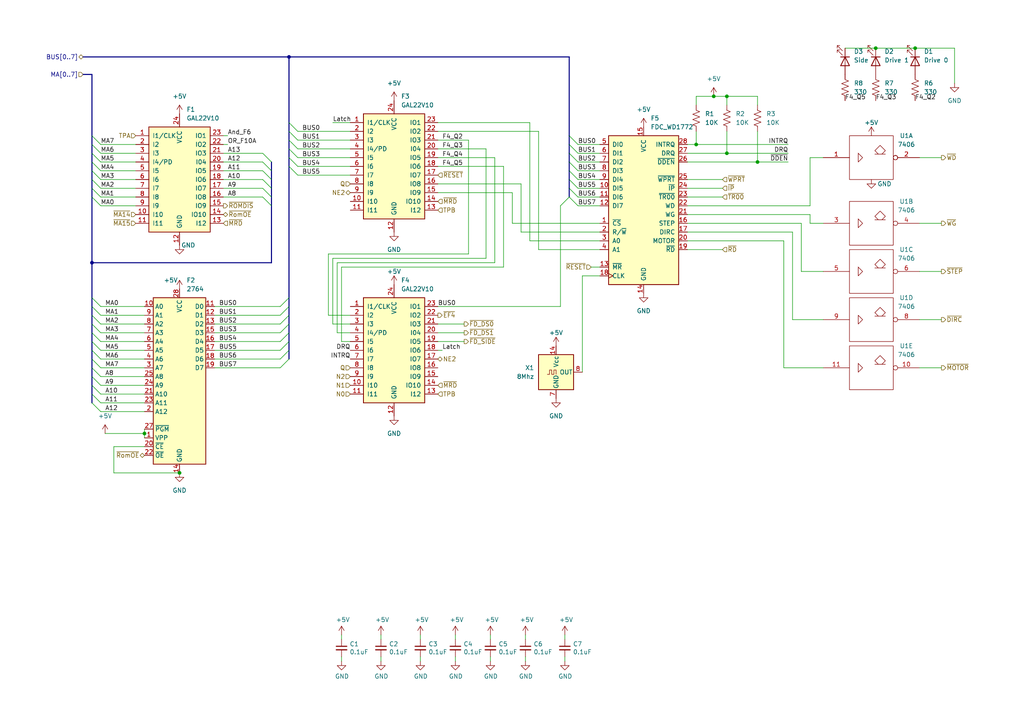
<source format=kicad_sch>
(kicad_sch (version 20211123) (generator eeschema)
  (paper "A4")
  (lib_symbols
    (symbol "74xx_IEEE:7406" (pin_names (offset 0.762))
      (property "Reference" "U" (at 3.81 7.62 0))
      (property "Value" "7406" (at 6.35 -8.89 0))
      (symbol "7406_0_0"
        (polyline (pts (xy -3.81 1.27) (xy -3.81 -1.27) (xy -2.54 0) (xy -3.81 1.27) (xy -3.81 1.27)))
        (polyline (pts (xy 3.048 1.016) (xy 4.064 2.032) (xy 2.54 3.556) (xy 1.016 2.032) (xy 2.032 1.016) (xy 1.016 1.016) (xy 4.064 1.016) (xy 4.064 1.016)))
      )
      (symbol "7406_0_1"
        (rectangle (start -6.35 6.35) (end 6.35 -6.35))
        (pin power_in line (at 0 6.35 270) (length 0) hide (name "Vcc") (number "14"))
        (pin power_in line (at 0 -6.35 90) (length 0) hide (name "Gnd") (number "7"))
      )
      (symbol "7406_1_1"
        (pin input line (at -13.97 0 0) (length 7.62) (name "~") (number "1"))
        (pin open_collector inverted (at 13.97 0 180) (length 7.62) (name "~") (number "2"))
      )
      (symbol "7406_2_1"
        (pin input line (at -13.97 0 0) (length 7.62) (name "~") (number "3"))
        (pin open_collector inverted (at 13.97 0 180) (length 7.62) (name "~") (number "4"))
      )
      (symbol "7406_3_1"
        (pin input line (at -13.97 0 0) (length 7.62) (name "~") (number "5"))
        (pin open_collector inverted (at 13.97 0 180) (length 7.62) (name "~") (number "6"))
      )
      (symbol "7406_4_1"
        (pin open_collector inverted (at 13.97 0 180) (length 7.62) (name "~") (number "8"))
        (pin input line (at -13.97 0 0) (length 7.62) (name "~") (number "9"))
      )
      (symbol "7406_5_1"
        (pin open_collector inverted (at 13.97 0 180) (length 7.62) (name "~") (number "10"))
        (pin input line (at -13.97 0 0) (length 7.62) (name "~") (number "11"))
      )
      (symbol "7406_6_1"
        (pin open_collector inverted (at 13.97 0 180) (length 7.62) (name "~") (number "12"))
        (pin input line (at -13.97 0 0) (length 7.62) (name "~") (number "13"))
      )
    )
    (symbol "8bits:FDC_WD1772" (pin_names (offset 1.016))
      (property "Reference" "U" (at -8.89 24.13 0))
      (property "Value" "FDC_WD1772" (at 8.382 24.384 0))
      (symbol "FDC_WD1772_0_1"
        (rectangle (start -10.16 22.86) (end 10.16 -20.32) (stroke (width 0.254)) (fill (type background)))
      )
      (symbol "FDC_WD1772_1_1"
        (pin input line (at -12.7 -2.54 0) (length 2.54) (name "~{CS}") (number "1"))
        (pin tri_state line (at -12.7 7.62 0) (length 2.54) (name "DI5") (number "10"))
        (pin tri_state line (at -12.7 5.08 0) (length 2.54) (name "DI6") (number "11"))
        (pin tri_state line (at -12.7 2.54 0) (length 2.54) (name "DI7") (number "12"))
        (pin input line (at -12.7 -15.24 0) (length 2.54) (name "~{MR}") (number "13"))
        (pin power_in line (at 0 -22.86 90) (length 2.54) (name "GND") (number "14"))
        (pin power_in line (at 0 25.4 270) (length 2.54) (name "VCC") (number "15"))
        (pin output line (at 12.7 -2.54 180) (length 2.54) (name "STEP") (number "16"))
        (pin input line (at 12.7 -5.08 180) (length 2.54) (name "DIRC") (number "17"))
        (pin input clock (at -12.7 -17.78 0) (length 2.54) (name "CLK") (number "18"))
        (pin input line (at 12.7 -10.16 180) (length 2.54) (name "~{RD}") (number "19"))
        (pin input line (at -12.7 -5.08 0) (length 2.54) (name "R/~{W}") (number "2"))
        (pin input line (at 12.7 -7.62 180) (length 2.54) (name "MOTOR") (number "20"))
        (pin output line (at 12.7 0 180) (length 2.54) (name "WG") (number "21"))
        (pin output line (at 12.7 2.54 180) (length 2.54) (name "WD") (number "22"))
        (pin input line (at 12.7 5.08 180) (length 2.54) (name "~{TR00}") (number "23"))
        (pin input line (at 12.7 7.62 180) (length 2.54) (name "~{IP}") (number "24"))
        (pin input line (at 12.7 10.16 180) (length 2.54) (name "~{WPRT}") (number "25"))
        (pin input line (at 12.7 15.24 180) (length 2.54) (name "~{DDEN}") (number "26"))
        (pin output line (at 12.7 17.78 180) (length 2.54) (name "DRQ") (number "27"))
        (pin input line (at 12.7 20.32 180) (length 2.54) (name "INTRQ") (number "28"))
        (pin input line (at -12.7 -7.62 0) (length 2.54) (name "A0") (number "3"))
        (pin input line (at -12.7 -10.16 0) (length 2.54) (name "A1") (number "4"))
        (pin tri_state line (at -12.7 20.32 0) (length 2.54) (name "DI0") (number "5"))
        (pin tri_state line (at -12.7 17.78 0) (length 2.54) (name "DI1") (number "6"))
        (pin tri_state line (at -12.7 15.24 0) (length 2.54) (name "DI2") (number "7"))
        (pin tri_state line (at -12.7 12.7 0) (length 2.54) (name "DI3") (number "8"))
        (pin tri_state line (at -12.7 10.16 0) (length 2.54) (name "DI4") (number "9"))
      )
    )
    (symbol "8bits:GAL22V10" (pin_names (offset 1.016))
      (property "Reference" "U" (at -8.89 16.51 0))
      (property "Value" "GAL22V10" (at 3.81 16.51 0))
      (symbol "GAL22V10_0_0"
        (pin power_in line (at 0 -19.05 90) (length 3.81) (name "GND") (number "12"))
        (pin power_in line (at 0 19.05 270) (length 3.81) (name "VCC") (number "24"))
      )
      (symbol "GAL22V10_0_1"
        (rectangle (start -8.89 15.24) (end 8.89 -15.24) (stroke (width 0.254)) (fill (type background)))
      )
      (symbol "GAL22V10_1_1"
        (pin input line (at -12.7 12.7 0) (length 3.81) (name "I1/CLK") (number "1"))
        (pin input line (at -12.7 -10.16 0) (length 3.81) (name "I10") (number "10"))
        (pin input line (at -12.7 -12.7 0) (length 3.81) (name "I11") (number "11"))
        (pin input line (at 12.7 -12.7 180) (length 3.81) (name "I12") (number "13"))
        (pin tri_state line (at 12.7 -10.16 180) (length 3.81) (name "IO10") (number "14"))
        (pin tri_state line (at 12.7 -7.62 180) (length 3.81) (name "IO9") (number "15"))
        (pin tri_state line (at 12.7 -5.08 180) (length 3.81) (name "IO8") (number "16"))
        (pin tri_state line (at 12.7 -2.54 180) (length 3.81) (name "IO7") (number "17"))
        (pin tri_state line (at 12.7 0 180) (length 3.81) (name "IO6") (number "18"))
        (pin tri_state line (at 12.7 2.54 180) (length 3.81) (name "IO5") (number "19"))
        (pin input line (at -12.7 10.16 0) (length 3.81) (name "I2") (number "2"))
        (pin tri_state line (at 12.7 5.08 180) (length 3.81) (name "I04") (number "20"))
        (pin tri_state line (at 12.7 7.62 180) (length 3.81) (name "IO3") (number "21"))
        (pin tri_state line (at 12.7 10.16 180) (length 3.81) (name "IO2") (number "22"))
        (pin tri_state line (at 12.7 12.7 180) (length 3.81) (name "IO1") (number "23"))
        (pin input line (at -12.7 7.62 0) (length 3.81) (name "I3") (number "3"))
        (pin input line (at -12.7 5.08 0) (length 3.81) (name "I4/PD") (number "4"))
        (pin input line (at -12.7 2.54 0) (length 3.81) (name "I5") (number "5"))
        (pin input line (at -12.7 0 0) (length 3.81) (name "I6") (number "6"))
        (pin input line (at -12.7 -2.54 0) (length 3.81) (name "I7") (number "7"))
        (pin input line (at -12.7 -5.08 0) (length 3.81) (name "I8") (number "8"))
        (pin input line (at -12.7 -7.62 0) (length 3.81) (name "I9") (number "9"))
      )
    )
    (symbol "Device:C_Small" (pin_numbers hide) (pin_names (offset 0.254) hide)
      (property "Reference" "C" (at 0.254 1.778 0))
      (property "Value" "C_Small" (at 0.254 -2.032 0))
      (symbol "C_Small_0_1"
        (polyline (pts (xy -1.524 -0.508) (xy 1.524 -0.508)) (stroke (width 0.3302)))
        (polyline (pts (xy -1.524 0.508) (xy 1.524 0.508)) (stroke (width 0.3048)))
      )
      (symbol "C_Small_1_1"
        (pin passive line (at 0 2.54 270) (length 2.032) (name "~") (number "1"))
        (pin passive line (at 0 -2.54 90) (length 2.032) (name "~") (number "2"))
      )
    )
    (symbol "Device:LED" (pin_numbers hide) (pin_names (offset 1.016) hide)
      (property "Reference" "D" (at 0 2.54 0))
      (property "Value" "LED" (at 0 -2.54 0))
      (symbol "LED_0_1"
        (polyline (pts (xy -1.27 -1.27) (xy -1.27 1.27)) (stroke (width 0.254)))
        (polyline (pts (xy -1.27 0) (xy 1.27 0)))
        (polyline (pts (xy 1.27 -1.27) (xy 1.27 1.27) (xy -1.27 0) (xy 1.27 -1.27)) (stroke (width 0.254)))
        (polyline (pts (xy -3.048 -0.762) (xy -4.572 -2.286) (xy -3.81 -2.286) (xy -4.572 -2.286) (xy -4.572 -1.524)))
        (polyline (pts (xy -1.778 -0.762) (xy -3.302 -2.286) (xy -2.54 -2.286) (xy -3.302 -2.286) (xy -3.302 -1.524)))
      )
      (symbol "LED_1_1"
        (pin passive line (at -3.81 0 0) (length 2.54) (name "K") (number "1"))
        (pin passive line (at 3.81 0 180) (length 2.54) (name "A") (number "2"))
      )
    )
    (symbol "Device:R_US" (pin_numbers hide) (pin_names (offset 0))
      (property "Reference" "R" (at 2.54 0 90))
      (property "Value" "R_US" (at -2.54 0 90))
      (symbol "R_US_0_1"
        (polyline (pts (xy 0 -2.286) (xy 0 -2.54)))
        (polyline (pts (xy 0 2.286) (xy 0 2.54)))
        (polyline (pts (xy 0 -0.762) (xy 1.016 -1.143) (xy 0 -1.524) (xy -1.016 -1.905) (xy 0 -2.286)))
        (polyline (pts (xy 0 0.762) (xy 1.016 0.381) (xy 0 0) (xy -1.016 -0.381) (xy 0 -0.762)))
        (polyline (pts (xy 0 2.286) (xy 1.016 1.905) (xy 0 1.524) (xy -1.016 1.143) (xy 0 0.762)))
      )
      (symbol "R_US_1_1"
        (pin passive line (at 0 3.81 270) (length 1.27) (name "~") (number "1"))
        (pin passive line (at 0 -3.81 90) (length 1.27) (name "~") (number "2"))
      )
    )
    (symbol "Memory_EPROM:2764"
      (property "Reference" "U" (at -7.62 24.13 0))
      (property "Value" "2764" (at 2.54 -26.67 0))
      (symbol "2764_1_1"
        (rectangle (start -7.62 22.86) (end 7.62 -25.4) (stroke (width 0.254)) (fill (type background)))
        (pin input line (at -10.16 -17.78 0) (length 2.54) (name "VPP") (number "1"))
        (pin input line (at -10.16 20.32 0) (length 2.54) (name "A0") (number "10"))
        (pin tri_state line (at 10.16 20.32 180) (length 2.54) (name "D0") (number "11"))
        (pin tri_state line (at 10.16 17.78 180) (length 2.54) (name "D1") (number "12"))
        (pin tri_state line (at 10.16 15.24 180) (length 2.54) (name "D2") (number "13"))
        (pin power_in line (at 0 -27.94 90) (length 2.54) (name "GND") (number "14"))
        (pin tri_state line (at 10.16 12.7 180) (length 2.54) (name "D3") (number "15"))
        (pin tri_state line (at 10.16 10.16 180) (length 2.54) (name "D4") (number "16"))
        (pin tri_state line (at 10.16 7.62 180) (length 2.54) (name "D5") (number "17"))
        (pin tri_state line (at 10.16 5.08 180) (length 2.54) (name "D6") (number "18"))
        (pin tri_state line (at 10.16 2.54 180) (length 2.54) (name "D7") (number "19"))
        (pin input line (at -10.16 -10.16 0) (length 2.54) (name "A12") (number "2"))
        (pin input line (at -10.16 -20.32 0) (length 2.54) (name "~{CE}") (number "20"))
        (pin input line (at -10.16 -5.08 0) (length 2.54) (name "A10") (number "21"))
        (pin input line (at -10.16 -22.86 0) (length 2.54) (name "~{OE}") (number "22"))
        (pin input line (at -10.16 -7.62 0) (length 2.54) (name "A11") (number "23"))
        (pin input line (at -10.16 -2.54 0) (length 2.54) (name "A9") (number "24"))
        (pin input line (at -10.16 0 0) (length 2.54) (name "A8") (number "25"))
        (pin no_connect line (at 7.62 0 180) (length 2.54) hide (name "NC") (number "26"))
        (pin input line (at -10.16 -15.24 0) (length 2.54) (name "~{PGM}") (number "27"))
        (pin power_in line (at 0 25.4 270) (length 2.54) (name "VCC") (number "28"))
        (pin input line (at -10.16 2.54 0) (length 2.54) (name "A7") (number "3"))
        (pin input line (at -10.16 5.08 0) (length 2.54) (name "A6") (number "4"))
        (pin input line (at -10.16 7.62 0) (length 2.54) (name "A5") (number "5"))
        (pin input line (at -10.16 10.16 0) (length 2.54) (name "A4") (number "6"))
        (pin input line (at -10.16 12.7 0) (length 2.54) (name "A3") (number "7"))
        (pin input line (at -10.16 15.24 0) (length 2.54) (name "A2") (number "8"))
        (pin input line (at -10.16 17.78 0) (length 2.54) (name "A1") (number "9"))
      )
    )
    (symbol "Oscillator:TCXO-14" (pin_names (offset 0.254))
      (property "Reference" "X" (at -5.08 6.35 0))
      (property "Value" "TCXO-14" (at 1.27 -6.35 0))
      (symbol "TCXO-14_0_1"
        (rectangle (start -5.08 5.08) (end 5.08 -5.08) (stroke (width 0.254)) (fill (type background)))
        (polyline (pts (xy -2.54 -0.635) (xy -1.905 -0.635) (xy -1.905 0.635) (xy -1.27 0.635) (xy -1.27 -0.635) (xy -0.635 -0.635) (xy -0.635 0.635) (xy 0 0.635) (xy 0 -0.635)))
      )
      (symbol "TCXO-14_1_1"
        (pin no_connect line (at -7.62 0 0) (length 2.54) hide (name "NC") (number "1"))
        (pin power_in line (at 0 7.62 270) (length 2.54) (name "Vcc") (number "14"))
        (pin power_in line (at 0 -7.62 90) (length 2.54) (name "GND") (number "7"))
        (pin output line (at 7.62 0 180) (length 2.54) (name "OUT") (number "8"))
      )
    )
    (symbol "power:+5V" (power) (pin_names (offset 0))
      (property "Value" "+5V" (at 0 3.556 0))
      (symbol "+5V_0_1"
        (polyline (pts (xy -0.762 1.27) (xy 0 2.54)))
        (polyline (pts (xy 0 0) (xy 0 2.54)))
        (polyline (pts (xy 0 2.54) (xy 0.762 1.27)))
      )
      (symbol "+5V_1_1"
        (pin power_in line (at 0 0 90) (length 0) hide (name "+5V") (number "1"))
      )
    )
    (symbol "power:GND" (power) (pin_names (offset 0))
      (property "Value" "GND" (at 0 -3.81 0))
      (symbol "GND_0_1"
        (polyline (pts (xy 0 0) (xy 0 -1.27) (xy 1.27 -1.27) (xy 0 -2.54) (xy -1.27 -1.27) (xy 0 -1.27)))
      )
      (symbol "GND_1_1"
        (pin power_in line (at 0 0 270) (length 0) hide (name "GND") (number "1"))
      )
    )
  )
  (junction (at 201.93 41.91))
  (junction (at 210.82 44.45))
  (junction (at 52.07 137.16))
  (junction (at 265.43 13.97))
  (junction (at 41.91 125.73))
  (junction (at 26.67 76.2))
  (junction (at 219.71 46.99))
  (junction (at 254 13.97))
  (junction (at 210.82 27.94))
  (junction (at 207.01 27.94))
  (junction (at 83.82 16.51))
  (bus_entry (at 26.67 91.44) (size 2.54 2.54))
  (bus_entry (at 165.1 52.07) (size 2.54 2.54))
  (bus_entry (at 26.67 109.22) (size 2.54 2.54))
  (bus_entry (at 83.82 38.1) (size 2.54 2.54))
  (bus_entry (at 83.82 104.14) (size -2.54 2.54))
  (bus_entry (at 83.82 86.36) (size -2.54 2.54))
  (bus_entry (at 26.67 106.68) (size 2.54 2.54))
  (bus_entry (at 26.67 96.52) (size 2.54 2.54))
  (bus_entry (at 26.67 52.07) (size 2.54 2.54))
  (bus_entry (at 83.82 45.72) (size 2.54 2.54))
  (bus_entry (at 165.1 41.91) (size 2.54 2.54))
  (bus_entry (at 26.67 41.91) (size 2.54 2.54))
  (bus_entry (at 83.82 35.56) (size 2.54 2.54))
  (bus_entry (at 78.74 52.07) (size -2.54 -2.54))
  (bus_entry (at 165.1 44.45) (size 2.54 2.54))
  (bus_entry (at 78.74 46.99) (size -2.54 -2.54))
  (bus_entry (at 26.67 57.15) (size 2.54 2.54))
  (bus_entry (at 78.74 59.69) (size -2.54 -2.54))
  (bus_entry (at 165.1 39.37) (size 2.54 2.54))
  (bus_entry (at 165.1 57.15) (size -2.54 2.54))
  (bus_entry (at 26.67 116.84) (size 2.54 2.54))
  (bus_entry (at 26.67 111.76) (size 2.54 2.54))
  (bus_entry (at 26.67 46.99) (size 2.54 2.54))
  (bus_entry (at 78.74 54.61) (size -2.54 -2.54))
  (bus_entry (at 26.67 101.6) (size 2.54 2.54))
  (bus_entry (at 78.74 57.15) (size -2.54 -2.54))
  (bus_entry (at 83.82 91.44) (size -2.54 2.54))
  (bus_entry (at 83.82 93.98) (size -2.54 2.54))
  (bus_entry (at 26.67 93.98) (size 2.54 2.54))
  (bus_entry (at 78.74 49.53) (size -2.54 -2.54))
  (bus_entry (at 83.82 40.64) (size 2.54 2.54))
  (bus_entry (at 26.67 114.3) (size 2.54 2.54))
  (bus_entry (at 165.1 49.53) (size 2.54 2.54))
  (bus_entry (at 165.1 46.99) (size 2.54 2.54))
  (bus_entry (at 26.67 86.36) (size 2.54 2.54))
  (bus_entry (at 83.82 101.6) (size -2.54 2.54))
  (bus_entry (at 83.82 99.06) (size -2.54 2.54))
  (bus_entry (at 165.1 57.15) (size 2.54 2.54))
  (bus_entry (at 83.82 96.52) (size -2.54 2.54))
  (bus_entry (at 26.67 49.53) (size 2.54 2.54))
  (bus_entry (at 26.67 39.37) (size 2.54 2.54))
  (bus_entry (at 83.82 88.9) (size -2.54 2.54))
  (bus_entry (at 26.67 88.9) (size 2.54 2.54))
  (bus_entry (at 83.82 43.18) (size 2.54 2.54))
  (bus_entry (at 26.67 54.61) (size 2.54 2.54))
  (bus_entry (at 165.1 54.61) (size 2.54 2.54))
  (bus_entry (at 26.67 99.06) (size 2.54 2.54))
  (bus_entry (at 26.67 44.45) (size 2.54 2.54))
  (bus_entry (at 26.67 104.14) (size 2.54 2.54))
  (bus_entry (at 83.82 48.26) (size 2.54 2.54))
  (wire (pts (xy 95.25 73.66) (xy 95.25 91.44)))
  (wire (pts (xy 62.23 106.68) (xy 81.28 106.68)))
  (wire (pts (xy 52.07 137.16) (xy 33.02 137.16)))
  (wire (pts (xy 110.49 190.5) (xy 110.49 191.77)))
  (bus (pts (xy 26.67 91.44) (xy 26.67 93.98)))
  (bus (pts (xy 26.67 111.76) (xy 26.67 114.3)))
  (wire (pts (xy 168.91 80.01) (xy 173.99 80.01)))
  (wire (pts (xy 167.64 52.07) (xy 173.99 52.07)))
  (wire (pts (xy 228.6 44.45) (xy 210.82 44.45)))
  (wire (pts (xy 127 40.64) (xy 135.89 40.64)))
  (wire (pts (xy 163.83 184.15) (xy 163.83 185.42)))
  (bus (pts (xy 26.67 41.91) (xy 26.67 44.45)))
  (wire (pts (xy 152.4 184.15) (xy 152.4 185.42)))
  (wire (pts (xy 148.59 55.88) (xy 148.59 64.77)))
  (bus (pts (xy 78.74 57.15) (xy 78.74 59.69)))
  (wire (pts (xy 219.71 46.99) (xy 199.39 46.99)))
  (wire (pts (xy 219.71 30.48) (xy 219.71 27.94)))
  (wire (pts (xy 254 13.97) (xy 265.43 13.97)))
  (wire (pts (xy 167.64 57.15) (xy 173.99 57.15)))
  (bus (pts (xy 78.74 46.99) (xy 78.74 49.53)))
  (wire (pts (xy 127 38.1) (xy 156.21 38.1)))
  (bus (pts (xy 83.82 99.06) (xy 83.82 101.6)))
  (wire (pts (xy 29.21 104.14) (xy 41.91 104.14)))
  (wire (pts (xy 148.59 64.77) (xy 173.99 64.77)))
  (wire (pts (xy 86.36 50.8) (xy 101.6 50.8)))
  (bus (pts (xy 26.67 96.52) (xy 26.67 99.06)))
  (wire (pts (xy 127 48.26) (xy 146.05 48.26)))
  (wire (pts (xy 29.21 114.3) (xy 41.91 114.3)))
  (wire (pts (xy 245.11 13.97) (xy 254 13.97)))
  (wire (pts (xy 234.95 45.72) (xy 238.76 45.72)))
  (wire (pts (xy 29.21 88.9) (xy 41.91 88.9)))
  (bus (pts (xy 165.1 54.61) (xy 165.1 57.15)))
  (bus (pts (xy 83.82 38.1) (xy 83.82 40.64)))
  (bus (pts (xy 83.82 96.52) (xy 83.82 99.06)))
  (wire (pts (xy 276.86 24.13) (xy 276.86 13.97)))
  (wire (pts (xy 219.71 38.1) (xy 219.71 46.99)))
  (wire (pts (xy 62.23 99.06) (xy 81.28 99.06)))
  (wire (pts (xy 29.21 54.61) (xy 39.37 54.61)))
  (wire (pts (xy 201.93 27.94) (xy 201.93 30.48)))
  (wire (pts (xy 62.23 101.6) (xy 81.28 101.6)))
  (bus (pts (xy 26.67 88.9) (xy 26.67 91.44)))
  (wire (pts (xy 199.39 59.69) (xy 234.95 59.69)))
  (bus (pts (xy 24.13 21.59) (xy 26.67 21.59)))
  (wire (pts (xy 64.77 57.15) (xy 76.2 57.15)))
  (wire (pts (xy 86.36 43.18) (xy 101.6 43.18)))
  (wire (pts (xy 234.95 62.23) (xy 234.95 64.77)))
  (wire (pts (xy 156.21 38.1) (xy 156.21 72.39)))
  (wire (pts (xy 121.92 184.15) (xy 121.92 185.42)))
  (wire (pts (xy 29.21 101.6) (xy 41.91 101.6)))
  (wire (pts (xy 162.56 59.69) (xy 162.56 88.9)))
  (wire (pts (xy 151.13 53.34) (xy 151.13 67.31)))
  (wire (pts (xy 229.87 92.71) (xy 238.76 92.71)))
  (wire (pts (xy 201.93 41.91) (xy 228.6 41.91)))
  (wire (pts (xy 232.41 78.74) (xy 238.76 78.74)))
  (bus (pts (xy 83.82 93.98) (xy 83.82 96.52)))
  (wire (pts (xy 153.67 35.56) (xy 153.67 69.85)))
  (wire (pts (xy 156.21 72.39) (xy 173.99 72.39)))
  (wire (pts (xy 64.77 39.37) (xy 66.04 39.37)))
  (bus (pts (xy 83.82 45.72) (xy 83.82 48.26)))
  (bus (pts (xy 26.67 52.07) (xy 26.67 54.61)))
  (wire (pts (xy 167.64 49.53) (xy 173.99 49.53)))
  (wire (pts (xy 96.52 93.98) (xy 101.6 93.98)))
  (wire (pts (xy 163.83 190.5) (xy 163.83 191.77)))
  (wire (pts (xy 209.55 52.07) (xy 199.39 52.07)))
  (wire (pts (xy 210.82 38.1) (xy 210.82 44.45)))
  (wire (pts (xy 29.21 106.68) (xy 41.91 106.68)))
  (wire (pts (xy 99.06 77.47) (xy 99.06 99.06)))
  (bus (pts (xy 26.67 76.2) (xy 26.67 86.36)))
  (wire (pts (xy 142.24 184.15) (xy 142.24 185.42)))
  (wire (pts (xy 29.21 109.22) (xy 41.91 109.22)))
  (wire (pts (xy 167.64 59.69) (xy 173.99 59.69)))
  (wire (pts (xy 29.21 57.15) (xy 39.37 57.15)))
  (wire (pts (xy 95.25 91.44) (xy 101.6 91.44)))
  (bus (pts (xy 26.67 99.06) (xy 26.67 101.6)))
  (bus (pts (xy 78.74 59.69) (xy 78.74 76.2)))
  (wire (pts (xy 127 45.72) (xy 143.51 45.72)))
  (wire (pts (xy 232.41 64.77) (xy 232.41 78.74)))
  (wire (pts (xy 96.52 74.93) (xy 96.52 93.98)))
  (bus (pts (xy 26.67 49.53) (xy 26.67 52.07)))
  (wire (pts (xy 64.77 41.91) (xy 66.04 41.91)))
  (bus (pts (xy 26.67 93.98) (xy 26.67 96.52)))
  (wire (pts (xy 29.21 52.07) (xy 39.37 52.07)))
  (wire (pts (xy 199.39 69.85) (xy 227.33 69.85)))
  (wire (pts (xy 143.51 45.72) (xy 143.51 76.2)))
  (bus (pts (xy 24.13 16.51) (xy 83.82 16.51)))
  (bus (pts (xy 83.82 43.18) (xy 83.82 45.72)))
  (wire (pts (xy 273.05 45.72) (xy 266.7 45.72)))
  (wire (pts (xy 86.36 48.26) (xy 101.6 48.26)))
  (wire (pts (xy 151.13 67.31) (xy 173.99 67.31)))
  (wire (pts (xy 199.39 62.23) (xy 234.95 62.23)))
  (wire (pts (xy 64.77 49.53) (xy 76.2 49.53)))
  (wire (pts (xy 167.64 54.61) (xy 173.99 54.61)))
  (bus (pts (xy 165.1 44.45) (xy 165.1 46.99)))
  (wire (pts (xy 209.55 54.61) (xy 199.39 54.61)))
  (bus (pts (xy 78.74 49.53) (xy 78.74 52.07)))
  (wire (pts (xy 210.82 27.94) (xy 207.01 27.94)))
  (bus (pts (xy 26.67 86.36) (xy 26.67 88.9)))
  (wire (pts (xy 153.67 69.85) (xy 173.99 69.85)))
  (wire (pts (xy 62.23 96.52) (xy 81.28 96.52)))
  (wire (pts (xy 97.79 76.2) (xy 97.79 96.52)))
  (bus (pts (xy 78.74 52.07) (xy 78.74 54.61)))
  (wire (pts (xy 135.89 40.64) (xy 135.89 73.66)))
  (wire (pts (xy 140.97 74.93) (xy 96.52 74.93)))
  (wire (pts (xy 167.64 44.45) (xy 173.99 44.45)))
  (wire (pts (xy 101.6 35.56) (xy 96.52 35.56)))
  (wire (pts (xy 273.05 64.77) (xy 266.7 64.77)))
  (bus (pts (xy 83.82 40.64) (xy 83.82 43.18)))
  (wire (pts (xy 127 43.18) (xy 140.97 43.18)))
  (wire (pts (xy 134.62 93.98) (xy 127 93.98)))
  (wire (pts (xy 33.02 137.16) (xy 33.02 129.54)))
  (wire (pts (xy 29.21 44.45) (xy 39.37 44.45)))
  (bus (pts (xy 26.67 44.45) (xy 26.67 46.99)))
  (wire (pts (xy 29.21 99.06) (xy 41.91 99.06)))
  (wire (pts (xy 167.64 41.91) (xy 173.99 41.91)))
  (wire (pts (xy 29.21 49.53) (xy 39.37 49.53)))
  (wire (pts (xy 41.91 125.73) (xy 41.91 127)))
  (wire (pts (xy 152.4 190.5) (xy 152.4 191.77)))
  (wire (pts (xy 62.23 93.98) (xy 81.28 93.98)))
  (wire (pts (xy 135.89 73.66) (xy 95.25 73.66)))
  (wire (pts (xy 234.95 64.77) (xy 238.76 64.77)))
  (wire (pts (xy 99.06 190.5) (xy 99.06 191.77)))
  (wire (pts (xy 234.95 59.69) (xy 234.95 45.72)))
  (bus (pts (xy 165.1 39.37) (xy 165.1 41.91)))
  (bus (pts (xy 83.82 88.9) (xy 83.82 91.44)))
  (wire (pts (xy 62.23 104.14) (xy 81.28 104.14)))
  (bus (pts (xy 26.67 39.37) (xy 26.67 41.91)))
  (wire (pts (xy 168.91 107.95) (xy 168.91 80.01)))
  (wire (pts (xy 146.05 77.47) (xy 99.06 77.47)))
  (wire (pts (xy 210.82 44.45) (xy 199.39 44.45)))
  (bus (pts (xy 165.1 16.51) (xy 165.1 39.37)))
  (wire (pts (xy 229.87 67.31) (xy 229.87 92.71)))
  (wire (pts (xy 29.21 93.98) (xy 41.91 93.98)))
  (wire (pts (xy 142.24 190.5) (xy 142.24 191.77)))
  (wire (pts (xy 273.05 78.74) (xy 266.7 78.74)))
  (wire (pts (xy 110.49 184.15) (xy 110.49 185.42)))
  (wire (pts (xy 64.77 54.61) (xy 76.2 54.61)))
  (wire (pts (xy 134.62 96.52) (xy 127 96.52)))
  (wire (pts (xy 207.01 27.94) (xy 201.93 27.94)))
  (wire (pts (xy 140.97 43.18) (xy 140.97 74.93)))
  (bus (pts (xy 26.67 114.3) (xy 26.67 116.84)))
  (wire (pts (xy 99.06 99.06) (xy 101.6 99.06)))
  (bus (pts (xy 165.1 46.99) (xy 165.1 49.53)))
  (wire (pts (xy 265.43 13.97) (xy 276.86 13.97)))
  (wire (pts (xy 143.51 76.2) (xy 97.79 76.2)))
  (wire (pts (xy 210.82 27.94) (xy 219.71 27.94)))
  (wire (pts (xy 201.93 38.1) (xy 201.93 41.91)))
  (wire (pts (xy 64.77 44.45) (xy 76.2 44.45)))
  (bus (pts (xy 83.82 91.44) (xy 83.82 93.98)))
  (wire (pts (xy 199.39 67.31) (xy 229.87 67.31)))
  (wire (pts (xy 128.27 101.6) (xy 127 101.6)))
  (bus (pts (xy 78.74 54.61) (xy 78.74 57.15)))
  (wire (pts (xy 29.21 111.76) (xy 41.91 111.76)))
  (bus (pts (xy 26.67 106.68) (xy 26.67 109.22)))
  (wire (pts (xy 209.55 72.39) (xy 199.39 72.39)))
  (wire (pts (xy 86.36 40.64) (xy 101.6 40.64)))
  (wire (pts (xy 146.05 48.26) (xy 146.05 77.47)))
  (wire (pts (xy 227.33 69.85) (xy 227.33 106.68)))
  (wire (pts (xy 29.21 59.69) (xy 39.37 59.69)))
  (wire (pts (xy 127 88.9) (xy 162.56 88.9)))
  (bus (pts (xy 83.82 101.6) (xy 83.82 104.14)))
  (wire (pts (xy 29.21 96.52) (xy 41.91 96.52)))
  (wire (pts (xy 41.91 124.46) (xy 41.91 125.73)))
  (wire (pts (xy 127 53.34) (xy 151.13 53.34)))
  (bus (pts (xy 26.67 104.14) (xy 26.67 106.68)))
  (bus (pts (xy 26.67 54.61) (xy 26.67 57.15)))
  (bus (pts (xy 83.82 86.36) (xy 83.82 88.9)))
  (bus (pts (xy 83.82 16.51) (xy 83.82 35.56)))
  (wire (pts (xy 33.02 129.54) (xy 41.91 129.54)))
  (wire (pts (xy 227.33 106.68) (xy 238.76 106.68)))
  (bus (pts (xy 26.67 46.99) (xy 26.67 49.53)))
  (bus (pts (xy 26.67 76.2) (xy 78.74 76.2)))
  (wire (pts (xy 99.06 184.15) (xy 99.06 185.42)))
  (bus (pts (xy 26.67 21.59) (xy 26.67 39.37)))
  (wire (pts (xy 86.36 38.1) (xy 101.6 38.1)))
  (wire (pts (xy 210.82 30.48) (xy 210.82 27.94)))
  (wire (pts (xy 273.05 92.71) (xy 266.7 92.71)))
  (wire (pts (xy 273.05 106.68) (xy 266.7 106.68)))
  (wire (pts (xy 167.64 46.99) (xy 173.99 46.99)))
  (wire (pts (xy 201.93 41.91) (xy 199.39 41.91)))
  (wire (pts (xy 64.77 52.07) (xy 76.2 52.07)))
  (wire (pts (xy 29.21 91.44) (xy 41.91 91.44)))
  (wire (pts (xy 134.62 99.06) (xy 127 99.06)))
  (wire (pts (xy 209.55 57.15) (xy 199.39 57.15)))
  (wire (pts (xy 29.21 41.91) (xy 39.37 41.91)))
  (wire (pts (xy 62.23 91.44) (xy 81.28 91.44)))
  (wire (pts (xy 132.08 184.15) (xy 132.08 185.42)))
  (wire (pts (xy 29.21 46.99) (xy 39.37 46.99)))
  (wire (pts (xy 127 35.56) (xy 153.67 35.56)))
  (wire (pts (xy 29.21 119.38) (xy 41.91 119.38)))
  (wire (pts (xy 121.92 190.5) (xy 121.92 191.77)))
  (bus (pts (xy 83.82 48.26) (xy 83.82 86.36)))
  (wire (pts (xy 29.21 116.84) (xy 41.91 116.84)))
  (wire (pts (xy 132.08 190.5) (xy 132.08 191.77)))
  (wire (pts (xy 64.77 46.99) (xy 76.2 46.99)))
  (wire (pts (xy 30.48 125.73) (xy 41.91 125.73)))
  (wire (pts (xy 199.39 64.77) (xy 232.41 64.77)))
  (bus (pts (xy 26.67 109.22) (xy 26.67 111.76)))
  (bus (pts (xy 26.67 57.15) (xy 26.67 76.2)))
  (wire (pts (xy 127 55.88) (xy 148.59 55.88)))
  (bus (pts (xy 83.82 16.51) (xy 165.1 16.51)))
  (wire (pts (xy 171.45 77.47) (xy 173.99 77.47)))
  (wire (pts (xy 62.23 88.9) (xy 81.28 88.9)))
  (bus (pts (xy 165.1 52.07) (xy 165.1 54.61)))
  (bus (pts (xy 165.1 41.91) (xy 165.1 44.45)))
  (wire (pts (xy 86.36 45.72) (xy 101.6 45.72)))
  (bus (pts (xy 83.82 35.56) (xy 83.82 38.1)))
  (wire (pts (xy 97.79 96.52) (xy 101.6 96.52)))
  (wire (pts (xy 219.71 46.99) (xy 228.6 46.99)))
  (bus (pts (xy 165.1 49.53) (xy 165.1 52.07)))
  (bus (pts (xy 26.67 101.6) (xy 26.67 104.14)))
  (label "BUS0" (at 127 88.9 0))
  (label "MA7" (at 30.48 106.68 0))
  (label "BUS3" (at 87.63 45.72 0))
  (label "A8" (at 66.04 57.15 0))
  (label "MA2" (at 30.48 93.98 0))
  (label "BUS0" (at 167.64 41.91 0))
  (label "BUS7" (at 167.64 59.69 0))
  (label "F4_Q5" (at 245.11 29.21 0))
  (label "A9" (at 30.48 111.76 0))
  (label "MA0" (at 30.48 88.9 0))
  (label "BUS2" (at 63.5 93.98 0))
  (label "MA5" (at 30.48 101.6 0))
  (label "A10" (at 66.04 52.07 0))
  (label "BUS3" (at 63.5 96.52 0))
  (label "INTRQ" (at 101.6 104.14 180))
  (label "F4_Q5" (at 128.27 48.26 0))
  (label "MA0" (at 29.21 59.69 0))
  (label "MA7" (at 29.21 41.91 0))
  (label "MA4" (at 29.21 49.53 0))
  (label "OR_F10A" (at 66.04 41.91 0))
  (label "F4_Q2" (at 128.27 40.64 0))
  (label "BUS0" (at 87.63 38.1 0))
  (label "BUS5" (at 167.64 54.61 0))
  (label "BUS5" (at 63.5 101.6 0))
  (label "MA2" (at 29.21 54.61 0))
  (label "BUS4" (at 63.5 99.06 0))
  (label "MA3" (at 30.48 96.52 0))
  (label "F4_Q2" (at 265.43 29.21 0))
  (label "DRQ" (at 228.6 44.45 180))
  (label "A11" (at 66.04 49.53 0))
  (label "A12" (at 66.04 46.99 0))
  (label "F4_Q3" (at 128.27 43.18 0))
  (label "MA6" (at 29.21 44.45 0))
  (label "MA4" (at 30.48 99.06 0))
  (label "BUS4" (at 87.63 48.26 0))
  (label "BUS1" (at 167.64 44.45 0))
  (label "A12" (at 30.48 119.38 0))
  (label "MA3" (at 29.21 52.07 0))
  (label "BUS1" (at 63.5 91.44 0))
  (label "A9" (at 66.04 54.61 0))
  (label "F4_Q4" (at 128.27 45.72 0))
  (label "DRQ" (at 101.6 101.6 180))
  (label "And_F6" (at 66.04 39.37 0))
  (label "MA1" (at 30.48 91.44 0))
  (label "BUS2" (at 167.64 46.99 0))
  (label "A8" (at 30.48 109.22 0))
  (label "Latch" (at 128.27 101.6 0))
  (label "A13" (at 66.04 44.45 0))
  (label "BUS7" (at 63.5 106.68 0))
  (label "A10" (at 30.48 114.3 0))
  (label "MA5" (at 29.21 46.99 0))
  (label "Latch" (at 96.52 35.56 0))
  (label "MA1" (at 29.21 57.15 0))
  (label "MA6" (at 30.48 104.14 0))
  (label "BUS4" (at 167.64 52.07 0))
  (label "A11" (at 30.48 116.84 0))
  (label "BUS6" (at 167.64 57.15 0))
  (label "BUS1" (at 87.63 40.64 0))
  (label "BUS6" (at 63.5 104.14 0))
  (label "BUS2" (at 87.63 43.18 0))
  (label "BUS5" (at 87.63 50.8 0))
  (label "~{DDEN}" (at 228.6 46.99 180))
  (label "BUS3" (at 167.64 49.53 0))
  (label "F4_Q3" (at 254 29.21 0))
  (label "BUS0" (at 63.5 88.9 0))
  (label "INTRQ" (at 228.6 41.91 180))
  (hierarchical_label "~{RESET}" (shape input) (at 171.45 77.47 180))
  (hierarchical_label "N0" (shape input) (at 101.6 114.3 180))
  (hierarchical_label "~{STEP}" (shape output) (at 273.05 78.74 0))
  (hierarchical_label "BUS[0..7]" (shape bidirectional) (at 24.13 16.51 180))
  (hierarchical_label "TPB" (shape input) (at 127 60.96 0))
  (hierarchical_label "N1" (shape input) (at 101.6 111.76 180))
  (hierarchical_label "~{WG}" (shape output) (at 273.05 64.77 0))
  (hierarchical_label "N2" (shape input) (at 101.6 109.22 180))
  (hierarchical_label "~{WD}" (shape output) (at 273.05 45.72 0))
  (hierarchical_label "~{MA14}" (shape input) (at 39.37 62.23 180))
  (hierarchical_label "Q" (shape input) (at 101.6 106.68 180))
  (hierarchical_label "~{FD_SIDE}" (shape output) (at 134.62 99.06 0))
  (hierarchical_label "NE2" (shape bidirectional) (at 101.6 55.88 180))
  (hierarchical_label "~{MRD}" (shape input) (at 127 111.76 0))
  (hierarchical_label "~{RomOE}" (shape bidirectional) (at 64.77 62.23 0))
  (hierarchical_label "~{WPRT}" (shape input) (at 209.55 52.07 0))
  (hierarchical_label "~{IP}" (shape input) (at 209.55 54.61 0))
  (hierarchical_label "TPA" (shape input) (at 39.37 39.37 180))
  (hierarchical_label "Q" (shape input) (at 101.6 53.34 180))
  (hierarchical_label "~{MA15}" (shape input) (at 39.37 64.77 180))
  (hierarchical_label "NE2" (shape bidirectional) (at 127 104.14 0))
  (hierarchical_label "~{TR00}" (shape input) (at 209.55 57.15 0))
  (hierarchical_label "~{ROMDIS}" (shape output) (at 64.77 59.69 0))
  (hierarchical_label "~{MOTOR}" (shape output) (at 273.05 106.68 0))
  (hierarchical_label "~{MRD}" (shape input) (at 64.77 64.77 0))
  (hierarchical_label "~{RD}" (shape input) (at 209.55 72.39 0))
  (hierarchical_label "TPB" (shape input) (at 127 114.3 0))
  (hierarchical_label "~{RomOE}" (shape bidirectional) (at 41.91 132.08 180))
  (hierarchical_label "~{FD_DS1}" (shape output) (at 134.62 96.52 0))
  (hierarchical_label "~{RESET}" (shape input) (at 127 50.8 0))
  (hierarchical_label "MA[0..7]" (shape input) (at 24.13 21.59 180))
  (hierarchical_label "~{EF4}" (shape output) (at 127 91.44 0))
  (hierarchical_label "~{FD_DS0}" (shape output) (at 134.62 93.98 0))
  (hierarchical_label "~{MRD}" (shape input) (at 127 58.42 0))
  (hierarchical_label "~{DIRC}" (shape output) (at 273.05 92.71 0))
  (symbol (lib_id "power:+5V") (at 110.49 184.15 0) (unit 1)
    (property "Reference" "#PWR0112" (effects hide))
    (property "Value" "+5V" (at 110.871 179.7558 0))
  )
  (symbol (lib_id "Device:C_Small") (at 142.24 187.96 0) (unit 1)
    (property "Reference" "C5" (at 144.5768 186.7916 0) (effects (justify left)))
    (property "Value" "0.1uF" (at 144.5768 189.103 0) (effects (justify left)))
    (property "Footprint" "Capacitor_THT:C_Disc_D5.0mm_W2.5mm_P2.50mm" (effects hide))
    (property "Mouser" "581-SA105E104M" (effects hide))
  )
  (symbol (lib_id "power:+5V") (at 142.24 184.15 0) (unit 1)
    (property "Reference" "#PWR0119" (effects hide))
    (property "Value" "+5V" (at 142.621 179.7558 0))
  )
  (symbol (lib_id "power:GND") (at 163.83 191.77 0) (unit 1)
    (property "Reference" "#PWR0129" (effects hide))
    (property "Value" "GND" (at 163.957 196.1642 0))
  )
  (symbol (lib_id "Device:R_US") (at 245.11 25.4 180) (unit 1)
    (property "Reference" "R8" (at 247.65 24.1299 0) (effects (justify right)))
    (property "Value" "330" (at 247.65 26.6699 0) (effects (justify right)))
    (property "Footprint" "8-bits:R_Axial_DIN0204_L3.6mm_D1.6mm_P11.43mm_Horizontal" (effects hide))
  )
  (symbol (lib_id "power:+5V") (at 152.4 184.15 0) (unit 1)
    (property "Reference" "#PWR0131" (effects hide))
    (property "Value" "+5V" (at 152.781 179.7558 0))
  )
  (symbol (lib_id "Device:R_US") (at 219.71 34.29 0) (unit 1)
    (property "Reference" "R3" (at 222.25 33.0199 0) (effects (justify left)))
    (property "Value" "10K" (at 222.25 35.5599 0) (effects (justify left)))
    (property "Footprint" "8-bits:R_Axial_DIN0204_L3.6mm_D1.6mm_P11.43mm_Horizontal" (effects hide))
  )
  (symbol (lib_id "power:+5V") (at 186.69 36.83 0) (unit 1)
    (property "Reference" "#PWR0105" (effects hide))
    (property "Value" "+5V" (at 186.69 31.75 0))
  )
  (symbol (lib_id "8bits:GAL22V10") (at 52.07 52.07 0) (unit 1)
    (property "Reference" "F1" (at 54.0894 31.75 0) (effects (justify left)))
    (property "Value" "GAL22V10" (at 54.0894 34.29 0) (effects (justify left)))
    (property "Footprint" "Package_DIP:DIP-24_W7.62mm" (effects hide))
  )
  (symbol (lib_id "power:+5V") (at 30.48 125.73 0) (unit 1)
    (property "Reference" "#PWR0121" (effects hide))
    (property "Value" "+5V" (at 30.48 120.65 0))
  )
  (symbol (lib_id "8bits:GAL22V10") (at 114.3 48.26 0) (unit 1)
    (property "Reference" "F3" (at 116.3194 27.94 0) (effects (justify left)))
    (property "Value" "GAL22V10" (at 116.3194 30.48 0) (effects (justify left)))
    (property "Footprint" "Package_DIP:DIP-24_W7.62mm" (effects hide))
  )
  (symbol (lib_id "Device:R_US") (at 201.93 34.29 180) (unit 1)
    (property "Reference" "R1" (at 204.47 33.0199 0) (effects (justify right)))
    (property "Value" "10K" (at 204.47 35.5599 0) (effects (justify right)))
    (property "Footprint" "8-bits:R_Axial_DIN0204_L3.6mm_D1.6mm_P11.43mm_Horizontal" (effects hide))
  )
  (symbol (lib_id "power:+5V") (at 52.07 33.02 0) (unit 1)
    (property "Reference" "#PWR0124" (effects hide))
    (property "Value" "+5V" (at 52.07 27.94 0))
  )
  (symbol (lib_id "Device:R_US") (at 254 25.4 180) (unit 1)
    (property "Reference" "R7" (at 256.54 24.1299 0) (effects (justify right)))
    (property "Value" "330" (at 256.54 26.6699 0) (effects (justify right)))
    (property "Footprint" "8-bits:R_Axial_DIN0204_L3.6mm_D1.6mm_P11.43mm_Horizontal" (effects hide))
  )
  (symbol (lib_id "power:GND") (at 152.4 191.77 0) (unit 1)
    (property "Reference" "#PWR0130" (effects hide))
    (property "Value" "GND" (at 152.527 196.1642 0))
  )
  (symbol (lib_id "power:GND") (at 252.73 52.07 0) (unit 1)
    (property "Reference" "#PWR0126" (effects hide))
    (property "Value" "GND" (at 256.54 53.34 0))
  )
  (symbol (lib_id "74xx_IEEE:7406") (at 252.73 106.68 0) (unit 5)
    (property "Reference" "U1" (at 262.89 100.33 0))
    (property "Value" "7406" (at 262.89 102.87 0))
    (property "Footprint" "Package_DIP:DIP-14_W7.62mm" (effects hide))
  )
  (symbol (lib_id "power:+5V") (at 132.08 184.15 0) (unit 1)
    (property "Reference" "#PWR0115" (effects hide))
    (property "Value" "+5V" (at 132.461 179.7558 0))
  )
  (symbol (lib_id "power:GND") (at 142.24 191.77 0) (unit 1)
    (property "Reference" "#PWR0118" (effects hide))
    (property "Value" "GND" (at 142.367 196.1642 0))
  )
  (symbol (lib_id "8bits:FDC_WD1772") (at 186.69 62.23 0) (unit 1)
    (property "Reference" "F5" (at 188.7094 34.29 0) (effects (justify left)))
    (property "Value" "FDC_WD1772" (at 188.7094 36.83 0) (effects (justify left)))
    (property "Footprint" "Package_DIP:DIP-28_W15.24mm" (effects hide))
  )
  (symbol (lib_id "power:GND") (at 121.92 191.77 0) (unit 1)
    (property "Reference" "#PWR0113" (effects hide))
    (property "Value" "GND" (at 122.047 196.1642 0))
  )
  (symbol (lib_id "74xx_IEEE:7406") (at 252.73 78.74 0) (unit 3)
    (property "Reference" "U1" (at 262.89 72.39 0))
    (property "Value" "7406" (at 262.89 74.93 0))
    (property "Footprint" "Package_DIP:DIP-14_W7.62mm" (effects hide))
  )
  (symbol (lib_id "power:+5V") (at 252.73 39.37 0) (unit 1)
    (property "Reference" "#PWR0127" (effects hide))
    (property "Value" "+5V" (at 252.73 35.56 0))
  )
  (symbol (lib_id "power:+5V") (at 114.3 29.21 0) (unit 1)
    (property "Reference" "#PWR0120" (effects hide))
    (property "Value" "+5V" (at 114.3 24.13 0))
  )
  (symbol (lib_id "power:+5V") (at 161.29 100.33 0) (unit 1)
    (property "Reference" "#PWR0132" (effects hide))
    (property "Value" "+5V" (at 161.29 96.52 0))
  )
  (symbol (lib_id "power:GND") (at 52.07 71.12 0) (unit 1)
    (property "Reference" "#PWR0122" (effects hide))
    (property "Value" "GND" (at 54.61 71.12 0))
  )
  (symbol (lib_id "Memory_EPROM:2764") (at 52.07 109.22 0) (unit 1)
    (property "Reference" "F2" (at 54.0894 81.28 0) (effects (justify left)))
    (property "Value" "2764" (at 54.0894 83.82 0) (effects (justify left)))
    (property "Footprint" "Package_DIP:DIP-28_W15.24mm" (effects hide))
    (property "Datasheet" "https://downloads.reactivemicro.com/Electronics/ROM/2764%20EPROM.pdf" (effects hide))
  )
  (symbol (lib_id "Device:LED") (at 265.43 17.78 270) (unit 1)
    (property "Reference" "D1" (at 267.97 14.9224 90) (effects (justify left)))
    (property "Value" "Drive 0" (at 267.97 17.4624 90) (effects (justify left)))
    (property "Footprint" "LED_THT:LED_D5.0mm" (effects hide))
  )
  (symbol (lib_id "power:GND") (at 114.3 120.65 0) (unit 1)
    (property "Reference" "#PWR0106" (effects hide))
    (property "Value" "GND" (at 114.3 125.73 0))
  )
  (symbol (lib_id "power:GND") (at 186.69 85.09 0) (unit 1)
    (property "Reference" "#PWR0116" (effects hide))
    (property "Value" "GND" (at 186.69 90.17 0))
  )
  (symbol (lib_id "power:GND") (at 99.06 191.77 0) (unit 1)
    (property "Reference" "#PWR0110" (effects hide))
    (property "Value" "GND" (at 99.187 196.1642 0))
  )
  (symbol (lib_id "Device:C_Small") (at 132.08 187.96 0) (unit 1)
    (property "Reference" "C4" (at 134.4168 186.7916 0) (effects (justify left)))
    (property "Value" "0.1uF" (at 134.4168 189.103 0) (effects (justify left)))
    (property "Footprint" "Capacitor_THT:C_Disc_D5.0mm_W2.5mm_P2.50mm" (effects hide))
    (property "Mouser" "581-SA105E104M" (effects hide))
  )
  (symbol (lib_id "power:+5V") (at 99.06 184.15 0) (unit 1)
    (property "Reference" "#PWR0109" (effects hide))
    (property "Value" "+5V" (at 99.441 179.7558 0))
  )
  (symbol (lib_id "Device:C_Small") (at 152.4 187.96 0) (unit 1)
    (property "Reference" "C6" (at 154.7368 186.7916 0) (effects (justify left)))
    (property "Value" "0.1uF" (at 154.7368 189.103 0) (effects (justify left)))
    (property "Footprint" "Capacitor_THT:C_Disc_D5.0mm_W2.5mm_P2.50mm" (effects hide))
    (property "Mouser" "581-SA105E104M" (effects hide))
  )
  (symbol (lib_id "power:+5V") (at 52.07 83.82 0) (unit 1)
    (property "Reference" "#PWR0123" (effects hide))
    (property "Value" "+5V" (at 49.53 81.28 0))
  )
  (symbol (lib_id "74xx_IEEE:7406") (at 252.73 64.77 0) (unit 2)
    (property "Reference" "U1" (at 262.89 58.42 0))
    (property "Value" "7406" (at 262.89 60.96 0))
    (property "Footprint" "Package_DIP:DIP-14_W7.62mm" (effects hide))
  )
  (symbol (lib_id "power:GND") (at 276.86 24.13 0) (unit 1)
    (property "Reference" "#PWR0136" (effects hide))
    (property "Value" "GND" (at 276.86 29.21 0))
  )
  (symbol (lib_id "power:GND") (at 110.49 191.77 0) (unit 1)
    (property "Reference" "#PWR0111" (effects hide))
    (property "Value" "GND" (at 110.617 196.1642 0))
  )
  (symbol (lib_id "power:GND") (at 52.07 137.16 0) (unit 1)
    (property "Reference" "#PWR0125" (effects hide))
    (property "Value" "GND" (at 52.07 142.24 0))
  )
  (symbol (lib_id "power:+5V") (at 114.3 82.55 0) (unit 1)
    (property "Reference" "#PWR0107" (effects hide))
    (property "Value" "+5V" (at 114.3 78.74 0))
  )
  (symbol (lib_id "power:GND") (at 161.29 115.57 0) (unit 1)
    (property "Reference" "#PWR0133" (effects hide))
    (property "Value" "GND" (at 161.29 120.65 0))
  )
  (symbol (lib_id "power:+5V") (at 121.92 184.15 0) (unit 1)
    (property "Reference" "#PWR0114" (effects hide))
    (property "Value" "+5V" (at 122.301 179.7558 0))
  )
  (symbol (lib_id "Device:R_US") (at 210.82 34.29 0) (unit 1)
    (property "Reference" "R2" (at 213.36 33.0199 0) (effects (justify left)))
    (property "Value" "10K" (at 213.36 35.5599 0) (effects (justify left)))
    (property "Footprint" "8-bits:R_Axial_DIN0204_L3.6mm_D1.6mm_P11.43mm_Horizontal" (effects hide))
  )
  (symbol (lib_id "power:+5V") (at 207.01 27.94 0) (unit 1)
    (property "Reference" "#PWR0104" (effects hide))
    (property "Value" "+5V" (at 207.01 22.86 0))
  )
  (symbol (lib_id "74xx_IEEE:7406") (at 252.73 92.71 0) (unit 4)
    (property "Reference" "U1" (at 262.89 86.36 0))
    (property "Value" "7406" (at 262.89 88.9 0))
    (property "Footprint" "Package_DIP:DIP-14_W7.62mm" (effects hide))
  )
  (symbol (lib_id "Device:C_Small") (at 110.49 187.96 0) (unit 1)
    (property "Reference" "C2" (at 112.8268 186.7916 0) (effects (justify left)))
    (property "Value" "0.1uF" (at 112.8268 189.103 0) (effects (justify left)))
    (property "Footprint" "Capacitor_THT:C_Disc_D5.0mm_W2.5mm_P2.50mm" (effects hide))
    (property "Mouser" "581-SA105E104M" (effects hide))
  )
  (symbol (lib_id "Device:LED") (at 245.11 17.78 270) (unit 1)
    (property "Reference" "D3" (at 247.65 14.9224 90) (effects (justify left)))
    (property "Value" "Side" (at 247.65 17.4624 90) (effects (justify left)))
    (property "Footprint" "LED_THT:LED_D5.0mm" (effects hide))
  )
  (symbol (lib_id "Device:R_US") (at 265.43 25.4 180) (unit 1)
    (property "Reference" "R6" (at 267.97 24.1299 0) (effects (justify right)))
    (property "Value" "330" (at 267.97 26.6699 0) (effects (justify right)))
    (property "Footprint" "8-bits:R_Axial_DIN0204_L3.6mm_D1.6mm_P11.43mm_Horizontal" (effects hide))
  )
  (symbol (lib_id "Oscillator:TCXO-14") (at 161.29 107.95 0) (unit 1)
    (property "Reference" "X1" (at 154.94 106.6799 0) (effects (justify right)))
    (property "Value" "8Mhz" (at 154.94 109.2199 0) (effects (justify right)))
    (property "Footprint" "Oscillator:Oscillator_DIP-14" (effects hide))
    (property "Datasheet" "http://www.golledge.com/pdf/products/tcxos/gtxos14.pdf" (effects hide))
  )
  (symbol (lib_id "Device:C_Small") (at 99.06 187.96 0) (unit 1)
    (property "Reference" "C1" (at 101.3968 186.7916 0) (effects (justify left)))
    (property "Value" "0.1uF" (at 101.3968 189.103 0) (effects (justify left)))
    (property "Footprint" "Capacitor_THT:C_Disc_D5.0mm_W2.5mm_P2.50mm" (effects hide))
    (property "Mouser" "581-SA105E104M" (effects hide))
  )
  (symbol (lib_id "Device:C_Small") (at 121.92 187.96 0) (unit 1)
    (property "Reference" "C3" (at 124.2568 186.7916 0) (effects (justify left)))
    (property "Value" "0.1uF" (at 124.2568 189.103 0) (effects (justify left)))
    (property "Footprint" "Capacitor_THT:C_Disc_D5.0mm_W2.5mm_P2.50mm" (effects hide))
    (property "Mouser" "581-SA105E104M" (effects hide))
  )
  (symbol (lib_id "74xx_IEEE:7406") (at 252.73 45.72 0) (unit 1)
    (property "Reference" "U1" (at 262.89 39.37 0))
    (property "Value" "7406" (at 262.89 41.91 0))
    (property "Footprint" "Package_DIP:DIP-14_W7.62mm" (effects hide))
  )
  (symbol (lib_id "power:GND") (at 114.3 67.31 0) (unit 1)
    (property "Reference" "#PWR0108" (effects hide))
    (property "Value" "GND" (at 114.3 72.39 0))
  )
  (symbol (lib_id "Device:C_Small") (at 163.83 187.96 0) (unit 1)
    (property "Reference" "C7" (at 166.1668 186.7916 0) (effects (justify left)))
    (property "Value" "0.1uF" (at 166.1668 189.103 0) (effects (justify left)))
    (property "Footprint" "Capacitor_THT:C_Disc_D5.0mm_W2.5mm_P2.50mm" (effects hide))
    (property "Mouser" "581-SA105E104M" (effects hide))
  )
  (symbol (lib_id "power:+5V") (at 163.83 184.15 0) (unit 1)
    (property "Reference" "#PWR0128" (effects hide))
    (property "Value" "+5V" (at 164.211 179.7558 0))
  )
  (symbol (lib_id "power:GND") (at 132.08 191.77 0) (unit 1)
    (property "Reference" "#PWR0117" (effects hide))
    (property "Value" "GND" (at 132.207 196.1642 0))
  )
  (symbol (lib_id "Device:LED") (at 254 17.78 270) (unit 1)
    (property "Reference" "D2" (at 256.54 14.9224 90) (effects (justify left)))
    (property "Value" "Drive 1" (at 256.54 17.4624 90) (effects (justify left)))
    (property "Footprint" "LED_THT:LED_D5.0mm" (effects hide))
  )
  (symbol (lib_id "8bits:GAL22V10") (at 114.3 101.6 0) (unit 1)
    (property "Reference" "F4" (at 116.3194 81.28 0) (effects (justify left)))
    (property "Value" "GAL22V10" (at 116.3194 83.82 0) (effects (justify left)))
    (property "Footprint" "Package_DIP:DIP-24_W7.62mm" (effects hide))
  )
)
</source>
